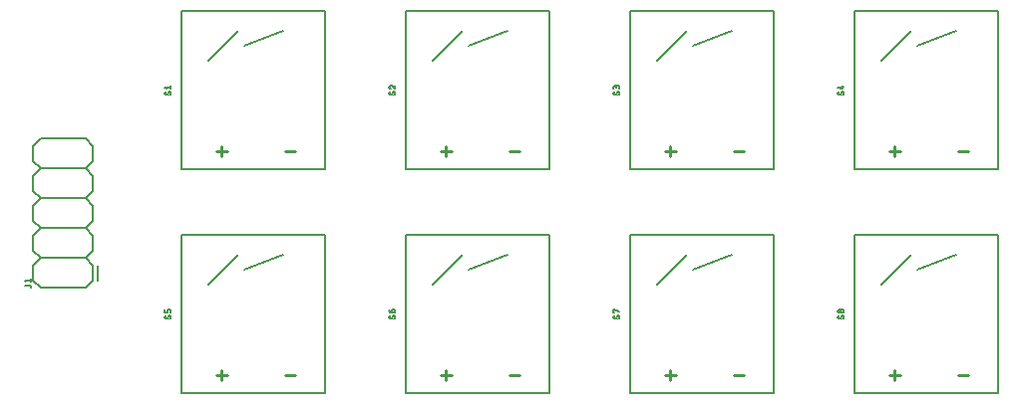
<source format=gbr>
G04 EAGLE Gerber RS-274X export*
G75*
%MOMM*%
%FSLAX34Y34*%
%LPD*%
%INSilkscreen Top*%
%IPPOS*%
%AMOC8*
5,1,8,0,0,1.08239X$1,22.5*%
G01*
%ADD10C,0.228600*%
%ADD11C,0.203200*%
%ADD12C,0.127000*%
%ADD13C,0.152400*%


D10*
X194056Y239861D02*
X202692Y239861D01*
X198374Y235543D02*
X198374Y244179D01*
X251968Y239861D02*
X260604Y239861D01*
D11*
X187325Y317500D02*
X212725Y342900D01*
X217805Y330200D02*
X250825Y342900D01*
X286385Y359410D02*
X164465Y359410D01*
X286385Y359410D02*
X286385Y224790D01*
X164465Y224790D01*
X164465Y359410D01*
D12*
X153868Y290788D02*
X153933Y290786D01*
X153997Y290780D01*
X154061Y290770D01*
X154125Y290757D01*
X154187Y290739D01*
X154248Y290718D01*
X154308Y290694D01*
X154366Y290665D01*
X154423Y290633D01*
X154477Y290598D01*
X154529Y290560D01*
X154579Y290518D01*
X154626Y290474D01*
X154670Y290427D01*
X154712Y290377D01*
X154750Y290325D01*
X154785Y290271D01*
X154817Y290214D01*
X154846Y290156D01*
X154870Y290096D01*
X154891Y290035D01*
X154909Y289973D01*
X154922Y289909D01*
X154932Y289845D01*
X154938Y289781D01*
X154940Y289716D01*
X154938Y289622D01*
X154932Y289528D01*
X154922Y289434D01*
X154909Y289341D01*
X154891Y289249D01*
X154870Y289157D01*
X154845Y289066D01*
X154816Y288976D01*
X154783Y288888D01*
X154747Y288801D01*
X154707Y288716D01*
X154664Y288632D01*
X154617Y288551D01*
X154567Y288471D01*
X154514Y288393D01*
X154457Y288318D01*
X154398Y288245D01*
X154335Y288175D01*
X154270Y288107D01*
X151186Y288242D02*
X151121Y288244D01*
X151057Y288250D01*
X150993Y288260D01*
X150929Y288273D01*
X150867Y288291D01*
X150806Y288312D01*
X150746Y288336D01*
X150688Y288365D01*
X150631Y288397D01*
X150577Y288432D01*
X150525Y288470D01*
X150475Y288512D01*
X150428Y288556D01*
X150384Y288603D01*
X150342Y288653D01*
X150304Y288705D01*
X150269Y288759D01*
X150237Y288816D01*
X150208Y288874D01*
X150184Y288934D01*
X150163Y288995D01*
X150145Y289057D01*
X150132Y289121D01*
X150122Y289185D01*
X150116Y289249D01*
X150114Y289314D01*
X150116Y289400D01*
X150121Y289486D01*
X150131Y289572D01*
X150144Y289657D01*
X150160Y289742D01*
X150180Y289826D01*
X150204Y289909D01*
X150231Y289991D01*
X150262Y290071D01*
X150296Y290151D01*
X150334Y290228D01*
X150375Y290304D01*
X150419Y290378D01*
X150466Y290451D01*
X150516Y290521D01*
X152124Y288778D02*
X152091Y288725D01*
X152054Y288674D01*
X152015Y288625D01*
X151973Y288578D01*
X151928Y288534D01*
X151881Y288493D01*
X151832Y288454D01*
X151780Y288418D01*
X151726Y288385D01*
X151671Y288356D01*
X151614Y288330D01*
X151555Y288307D01*
X151496Y288287D01*
X151435Y288271D01*
X151374Y288258D01*
X151311Y288249D01*
X151249Y288244D01*
X151186Y288242D01*
X152930Y290253D02*
X152963Y290306D01*
X153000Y290357D01*
X153039Y290406D01*
X153081Y290453D01*
X153126Y290497D01*
X153173Y290538D01*
X153222Y290577D01*
X153274Y290613D01*
X153328Y290646D01*
X153383Y290675D01*
X153440Y290701D01*
X153499Y290724D01*
X153558Y290744D01*
X153619Y290760D01*
X153680Y290773D01*
X153743Y290782D01*
X153805Y290787D01*
X153868Y290789D01*
X152929Y290253D02*
X152125Y288778D01*
X151186Y293411D02*
X150114Y294752D01*
X154940Y294752D01*
X154940Y296092D02*
X154940Y293411D01*
D10*
X384556Y239861D02*
X393192Y239861D01*
X388874Y235543D02*
X388874Y244179D01*
X442468Y239861D02*
X451104Y239861D01*
D11*
X377825Y317500D02*
X403225Y342900D01*
X408305Y330200D02*
X441325Y342900D01*
X476885Y359410D02*
X354965Y359410D01*
X476885Y359410D02*
X476885Y224790D01*
X354965Y224790D01*
X354965Y359410D01*
D12*
X344368Y290788D02*
X344433Y290786D01*
X344497Y290780D01*
X344561Y290770D01*
X344625Y290757D01*
X344687Y290739D01*
X344748Y290718D01*
X344808Y290694D01*
X344866Y290665D01*
X344923Y290633D01*
X344977Y290598D01*
X345029Y290560D01*
X345079Y290518D01*
X345126Y290474D01*
X345170Y290427D01*
X345212Y290377D01*
X345250Y290325D01*
X345285Y290271D01*
X345317Y290214D01*
X345346Y290156D01*
X345370Y290096D01*
X345391Y290035D01*
X345409Y289973D01*
X345422Y289909D01*
X345432Y289845D01*
X345438Y289781D01*
X345440Y289716D01*
X345438Y289622D01*
X345432Y289528D01*
X345422Y289434D01*
X345409Y289341D01*
X345391Y289249D01*
X345370Y289157D01*
X345345Y289066D01*
X345316Y288976D01*
X345283Y288888D01*
X345247Y288801D01*
X345207Y288716D01*
X345164Y288632D01*
X345117Y288551D01*
X345067Y288471D01*
X345014Y288393D01*
X344957Y288318D01*
X344898Y288245D01*
X344835Y288175D01*
X344770Y288107D01*
X341686Y288242D02*
X341621Y288244D01*
X341557Y288250D01*
X341493Y288260D01*
X341429Y288273D01*
X341367Y288291D01*
X341306Y288312D01*
X341246Y288336D01*
X341188Y288365D01*
X341131Y288397D01*
X341077Y288432D01*
X341025Y288470D01*
X340975Y288512D01*
X340928Y288556D01*
X340884Y288603D01*
X340842Y288653D01*
X340804Y288705D01*
X340769Y288759D01*
X340737Y288816D01*
X340708Y288874D01*
X340684Y288934D01*
X340663Y288995D01*
X340645Y289057D01*
X340632Y289121D01*
X340622Y289185D01*
X340616Y289249D01*
X340614Y289314D01*
X340616Y289400D01*
X340621Y289486D01*
X340631Y289572D01*
X340644Y289657D01*
X340660Y289742D01*
X340680Y289826D01*
X340704Y289909D01*
X340731Y289991D01*
X340762Y290071D01*
X340796Y290151D01*
X340834Y290228D01*
X340875Y290304D01*
X340919Y290378D01*
X340966Y290451D01*
X341016Y290521D01*
X342624Y288778D02*
X342591Y288725D01*
X342554Y288674D01*
X342515Y288625D01*
X342473Y288578D01*
X342428Y288534D01*
X342381Y288493D01*
X342332Y288454D01*
X342280Y288418D01*
X342226Y288385D01*
X342171Y288356D01*
X342114Y288330D01*
X342055Y288307D01*
X341996Y288287D01*
X341935Y288271D01*
X341874Y288258D01*
X341811Y288249D01*
X341749Y288244D01*
X341686Y288242D01*
X343430Y290253D02*
X343463Y290306D01*
X343500Y290357D01*
X343539Y290406D01*
X343581Y290453D01*
X343626Y290497D01*
X343673Y290538D01*
X343722Y290577D01*
X343774Y290613D01*
X343828Y290646D01*
X343883Y290675D01*
X343940Y290701D01*
X343999Y290724D01*
X344058Y290744D01*
X344119Y290760D01*
X344180Y290773D01*
X344243Y290782D01*
X344305Y290787D01*
X344368Y290789D01*
X343429Y290253D02*
X342625Y288778D01*
X340614Y294886D02*
X340616Y294954D01*
X340622Y295021D01*
X340631Y295088D01*
X340644Y295155D01*
X340661Y295220D01*
X340682Y295285D01*
X340706Y295348D01*
X340734Y295410D01*
X340765Y295470D01*
X340799Y295528D01*
X340837Y295584D01*
X340877Y295639D01*
X340921Y295690D01*
X340968Y295739D01*
X341017Y295786D01*
X341068Y295830D01*
X341123Y295870D01*
X341179Y295908D01*
X341237Y295942D01*
X341297Y295973D01*
X341359Y296001D01*
X341422Y296025D01*
X341487Y296046D01*
X341552Y296063D01*
X341619Y296076D01*
X341686Y296085D01*
X341753Y296091D01*
X341821Y296093D01*
X340614Y294886D02*
X340616Y294808D01*
X340622Y294730D01*
X340632Y294653D01*
X340645Y294576D01*
X340663Y294500D01*
X340684Y294425D01*
X340709Y294351D01*
X340738Y294279D01*
X340770Y294208D01*
X340806Y294139D01*
X340845Y294071D01*
X340888Y294006D01*
X340934Y293943D01*
X340983Y293882D01*
X341035Y293824D01*
X341090Y293769D01*
X341147Y293716D01*
X341207Y293667D01*
X341270Y293620D01*
X341335Y293577D01*
X341401Y293537D01*
X341470Y293500D01*
X341541Y293467D01*
X341613Y293437D01*
X341687Y293411D01*
X342759Y295690D02*
X342710Y295739D01*
X342658Y295786D01*
X342603Y295829D01*
X342546Y295870D01*
X342487Y295908D01*
X342426Y295942D01*
X342363Y295973D01*
X342299Y296001D01*
X342233Y296025D01*
X342167Y296045D01*
X342099Y296062D01*
X342030Y296075D01*
X341961Y296084D01*
X341891Y296090D01*
X341821Y296092D01*
X342759Y295690D02*
X345440Y293411D01*
X345440Y296092D01*
D10*
X575056Y239861D02*
X583692Y239861D01*
X579374Y235543D02*
X579374Y244179D01*
X632968Y239861D02*
X641604Y239861D01*
D11*
X568325Y317500D02*
X593725Y342900D01*
X598805Y330200D02*
X631825Y342900D01*
X667385Y359410D02*
X545465Y359410D01*
X667385Y359410D02*
X667385Y224790D01*
X545465Y224790D01*
X545465Y359410D01*
D12*
X534868Y290788D02*
X534933Y290786D01*
X534997Y290780D01*
X535061Y290770D01*
X535125Y290757D01*
X535187Y290739D01*
X535248Y290718D01*
X535308Y290694D01*
X535366Y290665D01*
X535423Y290633D01*
X535477Y290598D01*
X535529Y290560D01*
X535579Y290518D01*
X535626Y290474D01*
X535670Y290427D01*
X535712Y290377D01*
X535750Y290325D01*
X535785Y290271D01*
X535817Y290214D01*
X535846Y290156D01*
X535870Y290096D01*
X535891Y290035D01*
X535909Y289973D01*
X535922Y289909D01*
X535932Y289845D01*
X535938Y289781D01*
X535940Y289716D01*
X535938Y289622D01*
X535932Y289528D01*
X535922Y289434D01*
X535909Y289341D01*
X535891Y289249D01*
X535870Y289157D01*
X535845Y289066D01*
X535816Y288976D01*
X535783Y288888D01*
X535747Y288801D01*
X535707Y288716D01*
X535664Y288632D01*
X535617Y288551D01*
X535567Y288471D01*
X535514Y288393D01*
X535457Y288318D01*
X535398Y288245D01*
X535335Y288175D01*
X535270Y288107D01*
X532186Y288242D02*
X532121Y288244D01*
X532057Y288250D01*
X531993Y288260D01*
X531929Y288273D01*
X531867Y288291D01*
X531806Y288312D01*
X531746Y288336D01*
X531688Y288365D01*
X531631Y288397D01*
X531577Y288432D01*
X531525Y288470D01*
X531475Y288512D01*
X531428Y288556D01*
X531384Y288603D01*
X531342Y288653D01*
X531304Y288705D01*
X531269Y288759D01*
X531237Y288816D01*
X531208Y288874D01*
X531184Y288934D01*
X531163Y288995D01*
X531145Y289057D01*
X531132Y289121D01*
X531122Y289185D01*
X531116Y289249D01*
X531114Y289314D01*
X531116Y289400D01*
X531121Y289486D01*
X531131Y289572D01*
X531144Y289657D01*
X531160Y289742D01*
X531180Y289826D01*
X531204Y289909D01*
X531231Y289991D01*
X531262Y290071D01*
X531296Y290151D01*
X531334Y290228D01*
X531375Y290304D01*
X531419Y290378D01*
X531466Y290451D01*
X531516Y290521D01*
X533124Y288778D02*
X533091Y288725D01*
X533054Y288674D01*
X533015Y288625D01*
X532973Y288578D01*
X532928Y288534D01*
X532881Y288493D01*
X532832Y288454D01*
X532780Y288418D01*
X532726Y288385D01*
X532671Y288356D01*
X532614Y288330D01*
X532555Y288307D01*
X532496Y288287D01*
X532435Y288271D01*
X532374Y288258D01*
X532311Y288249D01*
X532249Y288244D01*
X532186Y288242D01*
X533930Y290253D02*
X533963Y290306D01*
X534000Y290357D01*
X534039Y290406D01*
X534081Y290453D01*
X534126Y290497D01*
X534173Y290538D01*
X534222Y290577D01*
X534274Y290613D01*
X534328Y290646D01*
X534383Y290675D01*
X534440Y290701D01*
X534499Y290724D01*
X534558Y290744D01*
X534619Y290760D01*
X534680Y290773D01*
X534743Y290782D01*
X534805Y290787D01*
X534868Y290789D01*
X533929Y290253D02*
X533125Y288778D01*
X535940Y293411D02*
X535940Y294752D01*
X535938Y294823D01*
X535932Y294895D01*
X535923Y294965D01*
X535910Y295035D01*
X535893Y295105D01*
X535872Y295173D01*
X535848Y295240D01*
X535820Y295306D01*
X535789Y295370D01*
X535754Y295433D01*
X535716Y295493D01*
X535675Y295552D01*
X535631Y295608D01*
X535584Y295662D01*
X535535Y295713D01*
X535482Y295761D01*
X535427Y295807D01*
X535370Y295849D01*
X535310Y295889D01*
X535249Y295925D01*
X535185Y295958D01*
X535120Y295987D01*
X535054Y296013D01*
X534986Y296036D01*
X534917Y296055D01*
X534847Y296070D01*
X534777Y296081D01*
X534706Y296089D01*
X534635Y296093D01*
X534563Y296093D01*
X534492Y296089D01*
X534421Y296081D01*
X534351Y296070D01*
X534281Y296055D01*
X534212Y296036D01*
X534144Y296013D01*
X534078Y295987D01*
X534013Y295958D01*
X533949Y295925D01*
X533888Y295889D01*
X533828Y295849D01*
X533771Y295807D01*
X533716Y295761D01*
X533663Y295713D01*
X533614Y295662D01*
X533567Y295608D01*
X533523Y295552D01*
X533482Y295493D01*
X533444Y295433D01*
X533409Y295370D01*
X533378Y295306D01*
X533350Y295240D01*
X533326Y295173D01*
X533305Y295105D01*
X533288Y295035D01*
X533275Y294965D01*
X533266Y294895D01*
X533260Y294823D01*
X533258Y294752D01*
X531114Y295020D02*
X531114Y293411D01*
X531114Y295020D02*
X531116Y295085D01*
X531122Y295149D01*
X531132Y295213D01*
X531145Y295277D01*
X531163Y295339D01*
X531184Y295400D01*
X531208Y295460D01*
X531237Y295518D01*
X531269Y295575D01*
X531304Y295629D01*
X531342Y295681D01*
X531384Y295731D01*
X531428Y295778D01*
X531475Y295822D01*
X531525Y295864D01*
X531577Y295902D01*
X531631Y295937D01*
X531688Y295969D01*
X531746Y295998D01*
X531806Y296022D01*
X531867Y296043D01*
X531929Y296061D01*
X531993Y296074D01*
X532057Y296084D01*
X532121Y296090D01*
X532186Y296092D01*
X532251Y296090D01*
X532315Y296084D01*
X532379Y296074D01*
X532443Y296061D01*
X532505Y296043D01*
X532566Y296022D01*
X532626Y295998D01*
X532684Y295969D01*
X532741Y295937D01*
X532795Y295902D01*
X532847Y295864D01*
X532897Y295822D01*
X532944Y295778D01*
X532988Y295731D01*
X533030Y295681D01*
X533068Y295629D01*
X533103Y295575D01*
X533135Y295518D01*
X533164Y295460D01*
X533188Y295400D01*
X533209Y295339D01*
X533227Y295277D01*
X533240Y295213D01*
X533250Y295149D01*
X533256Y295085D01*
X533258Y295020D01*
X533259Y295020D02*
X533259Y293947D01*
D10*
X765556Y239861D02*
X774192Y239861D01*
X769874Y235543D02*
X769874Y244179D01*
X823468Y239861D02*
X832104Y239861D01*
D11*
X758825Y317500D02*
X784225Y342900D01*
X789305Y330200D02*
X822325Y342900D01*
X857885Y359410D02*
X735965Y359410D01*
X857885Y359410D02*
X857885Y224790D01*
X735965Y224790D01*
X735965Y359410D01*
D12*
X725368Y290788D02*
X725433Y290786D01*
X725497Y290780D01*
X725561Y290770D01*
X725625Y290757D01*
X725687Y290739D01*
X725748Y290718D01*
X725808Y290694D01*
X725866Y290665D01*
X725923Y290633D01*
X725977Y290598D01*
X726029Y290560D01*
X726079Y290518D01*
X726126Y290474D01*
X726170Y290427D01*
X726212Y290377D01*
X726250Y290325D01*
X726285Y290271D01*
X726317Y290214D01*
X726346Y290156D01*
X726370Y290096D01*
X726391Y290035D01*
X726409Y289973D01*
X726422Y289909D01*
X726432Y289845D01*
X726438Y289781D01*
X726440Y289716D01*
X726438Y289622D01*
X726432Y289528D01*
X726422Y289434D01*
X726409Y289341D01*
X726391Y289249D01*
X726370Y289157D01*
X726345Y289066D01*
X726316Y288976D01*
X726283Y288888D01*
X726247Y288801D01*
X726207Y288716D01*
X726164Y288632D01*
X726117Y288551D01*
X726067Y288471D01*
X726014Y288393D01*
X725957Y288318D01*
X725898Y288245D01*
X725835Y288175D01*
X725770Y288107D01*
X722686Y288242D02*
X722621Y288244D01*
X722557Y288250D01*
X722493Y288260D01*
X722429Y288273D01*
X722367Y288291D01*
X722306Y288312D01*
X722246Y288336D01*
X722188Y288365D01*
X722131Y288397D01*
X722077Y288432D01*
X722025Y288470D01*
X721975Y288512D01*
X721928Y288556D01*
X721884Y288603D01*
X721842Y288653D01*
X721804Y288705D01*
X721769Y288759D01*
X721737Y288816D01*
X721708Y288874D01*
X721684Y288934D01*
X721663Y288995D01*
X721645Y289057D01*
X721632Y289121D01*
X721622Y289185D01*
X721616Y289249D01*
X721614Y289314D01*
X721616Y289400D01*
X721621Y289486D01*
X721631Y289572D01*
X721644Y289657D01*
X721660Y289742D01*
X721680Y289826D01*
X721704Y289909D01*
X721731Y289991D01*
X721762Y290071D01*
X721796Y290151D01*
X721834Y290228D01*
X721875Y290304D01*
X721919Y290378D01*
X721966Y290451D01*
X722016Y290521D01*
X723624Y288778D02*
X723591Y288725D01*
X723554Y288674D01*
X723515Y288625D01*
X723473Y288578D01*
X723428Y288534D01*
X723381Y288493D01*
X723332Y288454D01*
X723280Y288418D01*
X723226Y288385D01*
X723171Y288356D01*
X723114Y288330D01*
X723055Y288307D01*
X722996Y288287D01*
X722935Y288271D01*
X722874Y288258D01*
X722811Y288249D01*
X722749Y288244D01*
X722686Y288242D01*
X724430Y290253D02*
X724463Y290306D01*
X724500Y290357D01*
X724539Y290406D01*
X724581Y290453D01*
X724626Y290497D01*
X724673Y290538D01*
X724722Y290577D01*
X724774Y290613D01*
X724828Y290646D01*
X724883Y290675D01*
X724940Y290701D01*
X724999Y290724D01*
X725058Y290744D01*
X725119Y290760D01*
X725180Y290773D01*
X725243Y290782D01*
X725305Y290787D01*
X725368Y290789D01*
X724429Y290253D02*
X723625Y288778D01*
X725368Y293411D02*
X721614Y294484D01*
X725368Y293411D02*
X725368Y296092D01*
X724295Y295288D02*
X726440Y295288D01*
D10*
X202692Y49361D02*
X194056Y49361D01*
X198374Y45043D02*
X198374Y53679D01*
X251968Y49361D02*
X260604Y49361D01*
D11*
X187325Y127000D02*
X212725Y152400D01*
X217805Y139700D02*
X250825Y152400D01*
X286385Y168910D02*
X164465Y168910D01*
X286385Y168910D02*
X286385Y34290D01*
X164465Y34290D01*
X164465Y168910D01*
D12*
X153868Y100288D02*
X153933Y100286D01*
X153997Y100280D01*
X154061Y100270D01*
X154125Y100257D01*
X154187Y100239D01*
X154248Y100218D01*
X154308Y100194D01*
X154366Y100165D01*
X154423Y100133D01*
X154477Y100098D01*
X154529Y100060D01*
X154579Y100018D01*
X154626Y99974D01*
X154670Y99927D01*
X154712Y99877D01*
X154750Y99825D01*
X154785Y99771D01*
X154817Y99714D01*
X154846Y99656D01*
X154870Y99596D01*
X154891Y99535D01*
X154909Y99473D01*
X154922Y99409D01*
X154932Y99345D01*
X154938Y99281D01*
X154940Y99216D01*
X154938Y99122D01*
X154932Y99028D01*
X154922Y98934D01*
X154909Y98841D01*
X154891Y98749D01*
X154870Y98657D01*
X154845Y98566D01*
X154816Y98476D01*
X154783Y98388D01*
X154747Y98301D01*
X154707Y98216D01*
X154664Y98132D01*
X154617Y98051D01*
X154567Y97971D01*
X154514Y97893D01*
X154457Y97818D01*
X154398Y97745D01*
X154335Y97675D01*
X154270Y97607D01*
X151186Y97742D02*
X151121Y97744D01*
X151057Y97750D01*
X150993Y97760D01*
X150929Y97773D01*
X150867Y97791D01*
X150806Y97812D01*
X150746Y97836D01*
X150688Y97865D01*
X150631Y97897D01*
X150577Y97932D01*
X150525Y97970D01*
X150475Y98012D01*
X150428Y98056D01*
X150384Y98103D01*
X150342Y98153D01*
X150304Y98205D01*
X150269Y98259D01*
X150237Y98316D01*
X150208Y98374D01*
X150184Y98434D01*
X150163Y98495D01*
X150145Y98557D01*
X150132Y98621D01*
X150122Y98685D01*
X150116Y98749D01*
X150114Y98814D01*
X150116Y98900D01*
X150121Y98986D01*
X150131Y99072D01*
X150144Y99157D01*
X150160Y99242D01*
X150180Y99326D01*
X150204Y99409D01*
X150231Y99491D01*
X150262Y99571D01*
X150296Y99651D01*
X150334Y99728D01*
X150375Y99804D01*
X150419Y99878D01*
X150466Y99951D01*
X150516Y100021D01*
X152124Y98278D02*
X152091Y98225D01*
X152054Y98174D01*
X152015Y98125D01*
X151973Y98078D01*
X151928Y98034D01*
X151881Y97993D01*
X151832Y97954D01*
X151780Y97918D01*
X151726Y97885D01*
X151671Y97856D01*
X151614Y97830D01*
X151555Y97807D01*
X151496Y97787D01*
X151435Y97771D01*
X151374Y97758D01*
X151311Y97749D01*
X151249Y97744D01*
X151186Y97742D01*
X152930Y99753D02*
X152963Y99806D01*
X153000Y99857D01*
X153039Y99906D01*
X153081Y99953D01*
X153126Y99997D01*
X153173Y100038D01*
X153222Y100077D01*
X153274Y100113D01*
X153328Y100146D01*
X153383Y100175D01*
X153440Y100201D01*
X153499Y100224D01*
X153558Y100244D01*
X153619Y100260D01*
X153680Y100273D01*
X153743Y100282D01*
X153805Y100287D01*
X153868Y100289D01*
X152929Y99753D02*
X152125Y98278D01*
X154940Y102911D02*
X154940Y104520D01*
X154938Y104585D01*
X154932Y104649D01*
X154922Y104713D01*
X154909Y104777D01*
X154891Y104839D01*
X154870Y104900D01*
X154846Y104960D01*
X154817Y105018D01*
X154785Y105075D01*
X154750Y105129D01*
X154712Y105181D01*
X154670Y105231D01*
X154626Y105278D01*
X154579Y105322D01*
X154529Y105364D01*
X154477Y105402D01*
X154423Y105437D01*
X154366Y105469D01*
X154308Y105498D01*
X154248Y105522D01*
X154187Y105543D01*
X154125Y105561D01*
X154061Y105574D01*
X153997Y105584D01*
X153933Y105590D01*
X153868Y105592D01*
X153331Y105592D01*
X153266Y105590D01*
X153202Y105584D01*
X153138Y105574D01*
X153074Y105561D01*
X153012Y105543D01*
X152951Y105522D01*
X152891Y105498D01*
X152833Y105469D01*
X152776Y105437D01*
X152722Y105402D01*
X152670Y105364D01*
X152620Y105322D01*
X152573Y105278D01*
X152529Y105231D01*
X152487Y105181D01*
X152449Y105129D01*
X152414Y105075D01*
X152382Y105018D01*
X152353Y104960D01*
X152329Y104900D01*
X152308Y104839D01*
X152290Y104777D01*
X152277Y104713D01*
X152267Y104649D01*
X152261Y104585D01*
X152259Y104520D01*
X152259Y102911D01*
X150114Y102911D01*
X150114Y105592D01*
D10*
X384556Y49361D02*
X393192Y49361D01*
X388874Y45043D02*
X388874Y53679D01*
X442468Y49361D02*
X451104Y49361D01*
D11*
X377825Y127000D02*
X403225Y152400D01*
X408305Y139700D02*
X441325Y152400D01*
X476885Y168910D02*
X354965Y168910D01*
X476885Y168910D02*
X476885Y34290D01*
X354965Y34290D01*
X354965Y168910D01*
D12*
X344368Y100288D02*
X344433Y100286D01*
X344497Y100280D01*
X344561Y100270D01*
X344625Y100257D01*
X344687Y100239D01*
X344748Y100218D01*
X344808Y100194D01*
X344866Y100165D01*
X344923Y100133D01*
X344977Y100098D01*
X345029Y100060D01*
X345079Y100018D01*
X345126Y99974D01*
X345170Y99927D01*
X345212Y99877D01*
X345250Y99825D01*
X345285Y99771D01*
X345317Y99714D01*
X345346Y99656D01*
X345370Y99596D01*
X345391Y99535D01*
X345409Y99473D01*
X345422Y99409D01*
X345432Y99345D01*
X345438Y99281D01*
X345440Y99216D01*
X345438Y99122D01*
X345432Y99028D01*
X345422Y98934D01*
X345409Y98841D01*
X345391Y98749D01*
X345370Y98657D01*
X345345Y98566D01*
X345316Y98476D01*
X345283Y98388D01*
X345247Y98301D01*
X345207Y98216D01*
X345164Y98132D01*
X345117Y98051D01*
X345067Y97971D01*
X345014Y97893D01*
X344957Y97818D01*
X344898Y97745D01*
X344835Y97675D01*
X344770Y97607D01*
X341686Y97742D02*
X341621Y97744D01*
X341557Y97750D01*
X341493Y97760D01*
X341429Y97773D01*
X341367Y97791D01*
X341306Y97812D01*
X341246Y97836D01*
X341188Y97865D01*
X341131Y97897D01*
X341077Y97932D01*
X341025Y97970D01*
X340975Y98012D01*
X340928Y98056D01*
X340884Y98103D01*
X340842Y98153D01*
X340804Y98205D01*
X340769Y98259D01*
X340737Y98316D01*
X340708Y98374D01*
X340684Y98434D01*
X340663Y98495D01*
X340645Y98557D01*
X340632Y98621D01*
X340622Y98685D01*
X340616Y98749D01*
X340614Y98814D01*
X340616Y98900D01*
X340621Y98986D01*
X340631Y99072D01*
X340644Y99157D01*
X340660Y99242D01*
X340680Y99326D01*
X340704Y99409D01*
X340731Y99491D01*
X340762Y99571D01*
X340796Y99651D01*
X340834Y99728D01*
X340875Y99804D01*
X340919Y99878D01*
X340966Y99951D01*
X341016Y100021D01*
X342624Y98278D02*
X342591Y98225D01*
X342554Y98174D01*
X342515Y98125D01*
X342473Y98078D01*
X342428Y98034D01*
X342381Y97993D01*
X342332Y97954D01*
X342280Y97918D01*
X342226Y97885D01*
X342171Y97856D01*
X342114Y97830D01*
X342055Y97807D01*
X341996Y97787D01*
X341935Y97771D01*
X341874Y97758D01*
X341811Y97749D01*
X341749Y97744D01*
X341686Y97742D01*
X343430Y99753D02*
X343463Y99806D01*
X343500Y99857D01*
X343539Y99906D01*
X343581Y99953D01*
X343626Y99997D01*
X343673Y100038D01*
X343722Y100077D01*
X343774Y100113D01*
X343828Y100146D01*
X343883Y100175D01*
X343940Y100201D01*
X343999Y100224D01*
X344058Y100244D01*
X344119Y100260D01*
X344180Y100273D01*
X344243Y100282D01*
X344305Y100287D01*
X344368Y100289D01*
X343429Y99753D02*
X342625Y98278D01*
X342759Y102911D02*
X342759Y104520D01*
X342761Y104585D01*
X342767Y104649D01*
X342777Y104713D01*
X342790Y104777D01*
X342808Y104839D01*
X342829Y104900D01*
X342853Y104960D01*
X342882Y105018D01*
X342914Y105075D01*
X342949Y105129D01*
X342987Y105181D01*
X343029Y105231D01*
X343073Y105278D01*
X343120Y105322D01*
X343170Y105364D01*
X343222Y105402D01*
X343276Y105437D01*
X343333Y105469D01*
X343391Y105498D01*
X343451Y105522D01*
X343512Y105543D01*
X343574Y105561D01*
X343638Y105574D01*
X343702Y105584D01*
X343766Y105590D01*
X343831Y105592D01*
X344099Y105592D01*
X344099Y105593D02*
X344170Y105591D01*
X344242Y105585D01*
X344312Y105576D01*
X344382Y105563D01*
X344452Y105546D01*
X344520Y105525D01*
X344587Y105501D01*
X344653Y105473D01*
X344717Y105442D01*
X344780Y105407D01*
X344840Y105369D01*
X344899Y105328D01*
X344955Y105284D01*
X345009Y105237D01*
X345060Y105188D01*
X345108Y105135D01*
X345154Y105080D01*
X345196Y105023D01*
X345236Y104963D01*
X345272Y104902D01*
X345305Y104838D01*
X345334Y104773D01*
X345360Y104707D01*
X345383Y104639D01*
X345402Y104570D01*
X345417Y104500D01*
X345428Y104430D01*
X345436Y104359D01*
X345440Y104288D01*
X345440Y104216D01*
X345436Y104145D01*
X345428Y104074D01*
X345417Y104004D01*
X345402Y103934D01*
X345383Y103865D01*
X345360Y103797D01*
X345334Y103731D01*
X345305Y103666D01*
X345272Y103602D01*
X345236Y103541D01*
X345196Y103481D01*
X345154Y103424D01*
X345108Y103369D01*
X345060Y103316D01*
X345009Y103267D01*
X344955Y103220D01*
X344899Y103176D01*
X344840Y103135D01*
X344780Y103097D01*
X344717Y103062D01*
X344653Y103031D01*
X344587Y103003D01*
X344520Y102979D01*
X344452Y102958D01*
X344382Y102941D01*
X344312Y102928D01*
X344242Y102919D01*
X344170Y102913D01*
X344099Y102911D01*
X342759Y102911D01*
X342668Y102913D01*
X342577Y102919D01*
X342487Y102928D01*
X342396Y102942D01*
X342307Y102959D01*
X342219Y102980D01*
X342131Y103005D01*
X342044Y103034D01*
X341959Y103066D01*
X341875Y103101D01*
X341793Y103141D01*
X341713Y103183D01*
X341634Y103229D01*
X341558Y103279D01*
X341484Y103331D01*
X341411Y103387D01*
X341342Y103446D01*
X341275Y103507D01*
X341210Y103572D01*
X341149Y103639D01*
X341090Y103708D01*
X341034Y103780D01*
X340982Y103855D01*
X340932Y103931D01*
X340886Y104010D01*
X340844Y104090D01*
X340804Y104172D01*
X340769Y104256D01*
X340737Y104341D01*
X340708Y104428D01*
X340683Y104515D01*
X340662Y104604D01*
X340645Y104693D01*
X340631Y104783D01*
X340622Y104874D01*
X340616Y104965D01*
X340614Y105056D01*
D10*
X575056Y49361D02*
X583692Y49361D01*
X579374Y45043D02*
X579374Y53679D01*
X632968Y49361D02*
X641604Y49361D01*
D11*
X568325Y127000D02*
X593725Y152400D01*
X598805Y139700D02*
X631825Y152400D01*
X667385Y168910D02*
X545465Y168910D01*
X667385Y168910D02*
X667385Y34290D01*
X545465Y34290D01*
X545465Y168910D01*
D12*
X534868Y100288D02*
X534933Y100286D01*
X534997Y100280D01*
X535061Y100270D01*
X535125Y100257D01*
X535187Y100239D01*
X535248Y100218D01*
X535308Y100194D01*
X535366Y100165D01*
X535423Y100133D01*
X535477Y100098D01*
X535529Y100060D01*
X535579Y100018D01*
X535626Y99974D01*
X535670Y99927D01*
X535712Y99877D01*
X535750Y99825D01*
X535785Y99771D01*
X535817Y99714D01*
X535846Y99656D01*
X535870Y99596D01*
X535891Y99535D01*
X535909Y99473D01*
X535922Y99409D01*
X535932Y99345D01*
X535938Y99281D01*
X535940Y99216D01*
X535938Y99122D01*
X535932Y99028D01*
X535922Y98934D01*
X535909Y98841D01*
X535891Y98749D01*
X535870Y98657D01*
X535845Y98566D01*
X535816Y98476D01*
X535783Y98388D01*
X535747Y98301D01*
X535707Y98216D01*
X535664Y98132D01*
X535617Y98051D01*
X535567Y97971D01*
X535514Y97893D01*
X535457Y97818D01*
X535398Y97745D01*
X535335Y97675D01*
X535270Y97607D01*
X532186Y97742D02*
X532121Y97744D01*
X532057Y97750D01*
X531993Y97760D01*
X531929Y97773D01*
X531867Y97791D01*
X531806Y97812D01*
X531746Y97836D01*
X531688Y97865D01*
X531631Y97897D01*
X531577Y97932D01*
X531525Y97970D01*
X531475Y98012D01*
X531428Y98056D01*
X531384Y98103D01*
X531342Y98153D01*
X531304Y98205D01*
X531269Y98259D01*
X531237Y98316D01*
X531208Y98374D01*
X531184Y98434D01*
X531163Y98495D01*
X531145Y98557D01*
X531132Y98621D01*
X531122Y98685D01*
X531116Y98749D01*
X531114Y98814D01*
X531116Y98900D01*
X531121Y98986D01*
X531131Y99072D01*
X531144Y99157D01*
X531160Y99242D01*
X531180Y99326D01*
X531204Y99409D01*
X531231Y99491D01*
X531262Y99571D01*
X531296Y99651D01*
X531334Y99728D01*
X531375Y99804D01*
X531419Y99878D01*
X531466Y99951D01*
X531516Y100021D01*
X533124Y98278D02*
X533091Y98225D01*
X533054Y98174D01*
X533015Y98125D01*
X532973Y98078D01*
X532928Y98034D01*
X532881Y97993D01*
X532832Y97954D01*
X532780Y97918D01*
X532726Y97885D01*
X532671Y97856D01*
X532614Y97830D01*
X532555Y97807D01*
X532496Y97787D01*
X532435Y97771D01*
X532374Y97758D01*
X532311Y97749D01*
X532249Y97744D01*
X532186Y97742D01*
X533930Y99753D02*
X533963Y99806D01*
X534000Y99857D01*
X534039Y99906D01*
X534081Y99953D01*
X534126Y99997D01*
X534173Y100038D01*
X534222Y100077D01*
X534274Y100113D01*
X534328Y100146D01*
X534383Y100175D01*
X534440Y100201D01*
X534499Y100224D01*
X534558Y100244D01*
X534619Y100260D01*
X534680Y100273D01*
X534743Y100282D01*
X534805Y100287D01*
X534868Y100289D01*
X533929Y99753D02*
X533125Y98278D01*
X531650Y102911D02*
X531114Y102911D01*
X531114Y105592D01*
X535940Y104252D01*
D10*
X765556Y49361D02*
X774192Y49361D01*
X769874Y45043D02*
X769874Y53679D01*
X823468Y49361D02*
X832104Y49361D01*
D11*
X758825Y127000D02*
X784225Y152400D01*
X789305Y139700D02*
X822325Y152400D01*
X857885Y168910D02*
X735965Y168910D01*
X857885Y168910D02*
X857885Y34290D01*
X735965Y34290D01*
X735965Y168910D01*
D12*
X725368Y100288D02*
X725433Y100286D01*
X725497Y100280D01*
X725561Y100270D01*
X725625Y100257D01*
X725687Y100239D01*
X725748Y100218D01*
X725808Y100194D01*
X725866Y100165D01*
X725923Y100133D01*
X725977Y100098D01*
X726029Y100060D01*
X726079Y100018D01*
X726126Y99974D01*
X726170Y99927D01*
X726212Y99877D01*
X726250Y99825D01*
X726285Y99771D01*
X726317Y99714D01*
X726346Y99656D01*
X726370Y99596D01*
X726391Y99535D01*
X726409Y99473D01*
X726422Y99409D01*
X726432Y99345D01*
X726438Y99281D01*
X726440Y99216D01*
X726438Y99122D01*
X726432Y99028D01*
X726422Y98934D01*
X726409Y98841D01*
X726391Y98749D01*
X726370Y98657D01*
X726345Y98566D01*
X726316Y98476D01*
X726283Y98388D01*
X726247Y98301D01*
X726207Y98216D01*
X726164Y98132D01*
X726117Y98051D01*
X726067Y97971D01*
X726014Y97893D01*
X725957Y97818D01*
X725898Y97745D01*
X725835Y97675D01*
X725770Y97607D01*
X722686Y97742D02*
X722621Y97744D01*
X722557Y97750D01*
X722493Y97760D01*
X722429Y97773D01*
X722367Y97791D01*
X722306Y97812D01*
X722246Y97836D01*
X722188Y97865D01*
X722131Y97897D01*
X722077Y97932D01*
X722025Y97970D01*
X721975Y98012D01*
X721928Y98056D01*
X721884Y98103D01*
X721842Y98153D01*
X721804Y98205D01*
X721769Y98259D01*
X721737Y98316D01*
X721708Y98374D01*
X721684Y98434D01*
X721663Y98495D01*
X721645Y98557D01*
X721632Y98621D01*
X721622Y98685D01*
X721616Y98749D01*
X721614Y98814D01*
X721616Y98900D01*
X721621Y98986D01*
X721631Y99072D01*
X721644Y99157D01*
X721660Y99242D01*
X721680Y99326D01*
X721704Y99409D01*
X721731Y99491D01*
X721762Y99571D01*
X721796Y99651D01*
X721834Y99728D01*
X721875Y99804D01*
X721919Y99878D01*
X721966Y99951D01*
X722016Y100021D01*
X723624Y98278D02*
X723591Y98225D01*
X723554Y98174D01*
X723515Y98125D01*
X723473Y98078D01*
X723428Y98034D01*
X723381Y97993D01*
X723332Y97954D01*
X723280Y97918D01*
X723226Y97885D01*
X723171Y97856D01*
X723114Y97830D01*
X723055Y97807D01*
X722996Y97787D01*
X722935Y97771D01*
X722874Y97758D01*
X722811Y97749D01*
X722749Y97744D01*
X722686Y97742D01*
X724430Y99753D02*
X724463Y99806D01*
X724500Y99857D01*
X724539Y99906D01*
X724581Y99953D01*
X724626Y99997D01*
X724673Y100038D01*
X724722Y100077D01*
X724774Y100113D01*
X724828Y100146D01*
X724883Y100175D01*
X724940Y100201D01*
X724999Y100224D01*
X725058Y100244D01*
X725119Y100260D01*
X725180Y100273D01*
X725243Y100282D01*
X725305Y100287D01*
X725368Y100289D01*
X724429Y99753D02*
X723625Y98278D01*
X725099Y102911D02*
X725028Y102913D01*
X724956Y102919D01*
X724886Y102928D01*
X724816Y102941D01*
X724746Y102958D01*
X724678Y102979D01*
X724611Y103003D01*
X724545Y103031D01*
X724481Y103062D01*
X724418Y103097D01*
X724358Y103135D01*
X724299Y103176D01*
X724243Y103220D01*
X724189Y103267D01*
X724138Y103316D01*
X724090Y103369D01*
X724044Y103424D01*
X724002Y103481D01*
X723962Y103541D01*
X723926Y103602D01*
X723893Y103666D01*
X723864Y103731D01*
X723838Y103797D01*
X723815Y103865D01*
X723796Y103934D01*
X723781Y104004D01*
X723770Y104074D01*
X723762Y104145D01*
X723758Y104216D01*
X723758Y104288D01*
X723762Y104359D01*
X723770Y104430D01*
X723781Y104500D01*
X723796Y104570D01*
X723815Y104639D01*
X723838Y104707D01*
X723864Y104773D01*
X723893Y104838D01*
X723926Y104902D01*
X723962Y104963D01*
X724002Y105023D01*
X724044Y105080D01*
X724090Y105135D01*
X724138Y105188D01*
X724189Y105237D01*
X724243Y105284D01*
X724299Y105328D01*
X724358Y105369D01*
X724418Y105407D01*
X724481Y105442D01*
X724545Y105473D01*
X724611Y105501D01*
X724678Y105525D01*
X724746Y105546D01*
X724816Y105563D01*
X724886Y105576D01*
X724956Y105585D01*
X725028Y105591D01*
X725099Y105593D01*
X725170Y105591D01*
X725242Y105585D01*
X725312Y105576D01*
X725382Y105563D01*
X725452Y105546D01*
X725520Y105525D01*
X725587Y105501D01*
X725653Y105473D01*
X725717Y105442D01*
X725780Y105407D01*
X725840Y105369D01*
X725899Y105328D01*
X725955Y105284D01*
X726009Y105237D01*
X726060Y105188D01*
X726108Y105135D01*
X726154Y105080D01*
X726196Y105023D01*
X726236Y104963D01*
X726272Y104902D01*
X726305Y104838D01*
X726334Y104773D01*
X726360Y104707D01*
X726383Y104639D01*
X726402Y104570D01*
X726417Y104500D01*
X726428Y104430D01*
X726436Y104359D01*
X726440Y104288D01*
X726440Y104216D01*
X726436Y104145D01*
X726428Y104074D01*
X726417Y104004D01*
X726402Y103934D01*
X726383Y103865D01*
X726360Y103797D01*
X726334Y103731D01*
X726305Y103666D01*
X726272Y103602D01*
X726236Y103541D01*
X726196Y103481D01*
X726154Y103424D01*
X726108Y103369D01*
X726060Y103316D01*
X726009Y103267D01*
X725955Y103220D01*
X725899Y103176D01*
X725840Y103135D01*
X725780Y103097D01*
X725717Y103062D01*
X725653Y103031D01*
X725587Y103003D01*
X725520Y102979D01*
X725452Y102958D01*
X725382Y102941D01*
X725312Y102928D01*
X725242Y102919D01*
X725170Y102913D01*
X725099Y102911D01*
X722686Y103180D02*
X722621Y103182D01*
X722557Y103188D01*
X722493Y103198D01*
X722429Y103211D01*
X722367Y103229D01*
X722306Y103250D01*
X722246Y103274D01*
X722188Y103303D01*
X722131Y103335D01*
X722077Y103370D01*
X722025Y103408D01*
X721975Y103450D01*
X721928Y103494D01*
X721884Y103541D01*
X721842Y103591D01*
X721804Y103643D01*
X721769Y103697D01*
X721737Y103754D01*
X721708Y103812D01*
X721684Y103872D01*
X721663Y103933D01*
X721645Y103995D01*
X721632Y104059D01*
X721622Y104123D01*
X721616Y104187D01*
X721614Y104252D01*
X721616Y104317D01*
X721622Y104381D01*
X721632Y104445D01*
X721645Y104509D01*
X721663Y104571D01*
X721684Y104632D01*
X721708Y104692D01*
X721737Y104750D01*
X721769Y104807D01*
X721804Y104861D01*
X721842Y104913D01*
X721884Y104963D01*
X721928Y105010D01*
X721975Y105054D01*
X722025Y105096D01*
X722077Y105134D01*
X722131Y105169D01*
X722188Y105201D01*
X722246Y105230D01*
X722306Y105254D01*
X722367Y105275D01*
X722429Y105293D01*
X722493Y105306D01*
X722557Y105316D01*
X722621Y105322D01*
X722686Y105324D01*
X722751Y105322D01*
X722815Y105316D01*
X722879Y105306D01*
X722943Y105293D01*
X723005Y105275D01*
X723066Y105254D01*
X723126Y105230D01*
X723184Y105201D01*
X723241Y105169D01*
X723295Y105134D01*
X723347Y105096D01*
X723397Y105054D01*
X723444Y105010D01*
X723488Y104963D01*
X723530Y104913D01*
X723568Y104861D01*
X723603Y104807D01*
X723635Y104750D01*
X723664Y104692D01*
X723688Y104632D01*
X723709Y104571D01*
X723727Y104509D01*
X723740Y104445D01*
X723750Y104381D01*
X723756Y104317D01*
X723758Y104252D01*
X723756Y104187D01*
X723750Y104123D01*
X723740Y104059D01*
X723727Y103995D01*
X723709Y103933D01*
X723688Y103872D01*
X723664Y103812D01*
X723635Y103754D01*
X723603Y103697D01*
X723568Y103643D01*
X723530Y103591D01*
X723488Y103541D01*
X723444Y103494D01*
X723397Y103450D01*
X723347Y103408D01*
X723295Y103370D01*
X723241Y103335D01*
X723184Y103303D01*
X723126Y103274D01*
X723066Y103250D01*
X723005Y103229D01*
X722943Y103211D01*
X722879Y103198D01*
X722815Y103188D01*
X722751Y103182D01*
X722686Y103180D01*
D13*
X88900Y130175D02*
X82550Y123825D01*
X88900Y142875D02*
X82550Y149225D01*
X88900Y155575D01*
X88900Y168275D02*
X82550Y174625D01*
X88900Y180975D01*
X88900Y193675D02*
X82550Y200025D01*
X88900Y206375D01*
X88900Y219075D02*
X82550Y225425D01*
X82550Y123825D02*
X44450Y123825D01*
X38100Y130175D01*
X38100Y142875D01*
X44450Y149225D01*
X38100Y155575D01*
X38100Y168275D01*
X44450Y174625D01*
X38100Y180975D01*
X38100Y193675D01*
X44450Y200025D01*
X38100Y206375D01*
X38100Y219075D01*
X44450Y225425D01*
X44450Y149225D02*
X82550Y149225D01*
X82550Y174625D02*
X44450Y174625D01*
X44450Y200025D02*
X82550Y200025D01*
X82550Y225425D02*
X44450Y225425D01*
X88900Y219075D02*
X88900Y206375D01*
X88900Y193675D02*
X88900Y180975D01*
X88900Y168275D02*
X88900Y155575D01*
X88900Y142875D02*
X88900Y130175D01*
X82550Y225425D02*
X88900Y231775D01*
X88900Y244475D02*
X82550Y250825D01*
X44450Y225425D02*
X38100Y231775D01*
X38100Y244475D01*
X44450Y250825D01*
X82550Y250825D01*
X88900Y244475D02*
X88900Y231775D01*
D11*
X92710Y142875D02*
X92710Y130175D01*
D12*
X35123Y126069D02*
X31369Y126069D01*
X35123Y126068D02*
X35188Y126066D01*
X35252Y126060D01*
X35316Y126050D01*
X35380Y126037D01*
X35442Y126019D01*
X35503Y125998D01*
X35563Y125974D01*
X35621Y125945D01*
X35678Y125913D01*
X35732Y125878D01*
X35784Y125840D01*
X35834Y125798D01*
X35881Y125754D01*
X35925Y125707D01*
X35967Y125657D01*
X36005Y125605D01*
X36040Y125551D01*
X36072Y125494D01*
X36101Y125436D01*
X36125Y125376D01*
X36146Y125315D01*
X36164Y125253D01*
X36177Y125189D01*
X36187Y125125D01*
X36193Y125061D01*
X36195Y124996D01*
X36195Y124460D01*
X32441Y129017D02*
X31369Y130357D01*
X36195Y130357D01*
X36195Y129017D02*
X36195Y131698D01*
M02*

</source>
